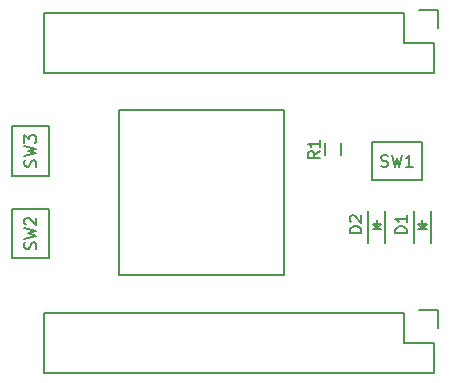
<source format=gto>
G04 #@! TF.FileFunction,Legend,Top*
%FSLAX46Y46*%
G04 Gerber Fmt 4.6, Leading zero omitted, Abs format (unit mm)*
G04 Created by KiCad (PCBNEW 4.0.2-stable) date 2016/05/22 12:46:19*
%MOMM*%
G01*
G04 APERTURE LIST*
%ADD10C,0.100000*%
%ADD11C,0.150000*%
%ADD12C,0.127000*%
G04 APERTURE END LIST*
D10*
D11*
X166370000Y-94996000D02*
X133350000Y-94996000D01*
X163830000Y-89916000D02*
X133350000Y-89916000D01*
X133350000Y-94996000D02*
X133350000Y-89916000D01*
X166370000Y-94996000D02*
X166370000Y-92456000D01*
X166650000Y-91186000D02*
X166650000Y-89636000D01*
X166370000Y-92456000D02*
X163830000Y-92456000D01*
X163830000Y-92456000D02*
X163830000Y-89916000D01*
X166650000Y-89636000D02*
X165100000Y-89636000D01*
X165302000Y-104055000D02*
X165302000Y-100855000D01*
X165302000Y-100855000D02*
X161102000Y-100855000D01*
X161102000Y-100855000D02*
X161102000Y-104055000D01*
X161102000Y-104055000D02*
X165302000Y-104055000D01*
X133773000Y-106478000D02*
X130573000Y-106478000D01*
X130573000Y-106478000D02*
X130573000Y-110678000D01*
X130573000Y-110678000D02*
X133773000Y-110678000D01*
X133773000Y-110678000D02*
X133773000Y-106478000D01*
X157123000Y-101910000D02*
X157123000Y-100910000D01*
X158473000Y-100910000D02*
X158473000Y-101910000D01*
X166370000Y-120396000D02*
X133350000Y-120396000D01*
X163830000Y-115316000D02*
X133350000Y-115316000D01*
X133350000Y-120396000D02*
X133350000Y-115316000D01*
X166370000Y-120396000D02*
X166370000Y-117856000D01*
X166650000Y-116586000D02*
X166650000Y-115036000D01*
X166370000Y-117856000D02*
X163830000Y-117856000D01*
X163830000Y-117856000D02*
X163830000Y-115316000D01*
X166650000Y-115036000D02*
X165100000Y-115036000D01*
D12*
X139700000Y-98171000D02*
X139700000Y-112141000D01*
X139700000Y-112141000D02*
X153670000Y-112141000D01*
X153670000Y-112141000D02*
X153670000Y-98171000D01*
X153670000Y-98171000D02*
X139700000Y-98171000D01*
D11*
X166104000Y-109423000D02*
X166104000Y-106723000D01*
X164604000Y-109423000D02*
X164604000Y-106723000D01*
X165504000Y-107923000D02*
X165254000Y-107923000D01*
X165254000Y-107923000D02*
X165404000Y-108073000D01*
X165004000Y-108173000D02*
X165704000Y-108173000D01*
X165354000Y-107823000D02*
X165354000Y-107473000D01*
X165354000Y-108173000D02*
X165004000Y-107823000D01*
X165004000Y-107823000D02*
X165704000Y-107823000D01*
X165704000Y-107823000D02*
X165354000Y-108173000D01*
X162230500Y-109423000D02*
X162230500Y-106723000D01*
X160730500Y-109423000D02*
X160730500Y-106723000D01*
X161630500Y-107923000D02*
X161380500Y-107923000D01*
X161380500Y-107923000D02*
X161530500Y-108073000D01*
X161130500Y-108173000D02*
X161830500Y-108173000D01*
X161480500Y-107823000D02*
X161480500Y-107473000D01*
X161480500Y-108173000D02*
X161130500Y-107823000D01*
X161130500Y-107823000D02*
X161830500Y-107823000D01*
X161830500Y-107823000D02*
X161480500Y-108173000D01*
X133773000Y-99493000D02*
X130573000Y-99493000D01*
X130573000Y-99493000D02*
X130573000Y-103693000D01*
X130573000Y-103693000D02*
X133773000Y-103693000D01*
X133773000Y-103693000D02*
X133773000Y-99493000D01*
X161861667Y-102893762D02*
X162004524Y-102941381D01*
X162242620Y-102941381D01*
X162337858Y-102893762D01*
X162385477Y-102846143D01*
X162433096Y-102750905D01*
X162433096Y-102655667D01*
X162385477Y-102560429D01*
X162337858Y-102512810D01*
X162242620Y-102465190D01*
X162052143Y-102417571D01*
X161956905Y-102369952D01*
X161909286Y-102322333D01*
X161861667Y-102227095D01*
X161861667Y-102131857D01*
X161909286Y-102036619D01*
X161956905Y-101989000D01*
X162052143Y-101941381D01*
X162290239Y-101941381D01*
X162433096Y-101989000D01*
X162766429Y-101941381D02*
X163004524Y-102941381D01*
X163195001Y-102227095D01*
X163385477Y-102941381D01*
X163623572Y-101941381D01*
X164528334Y-102941381D02*
X163956905Y-102941381D01*
X164242619Y-102941381D02*
X164242619Y-101941381D01*
X164147381Y-102084238D01*
X164052143Y-102179476D01*
X163956905Y-102227095D01*
X132611762Y-109918333D02*
X132659381Y-109775476D01*
X132659381Y-109537380D01*
X132611762Y-109442142D01*
X132564143Y-109394523D01*
X132468905Y-109346904D01*
X132373667Y-109346904D01*
X132278429Y-109394523D01*
X132230810Y-109442142D01*
X132183190Y-109537380D01*
X132135571Y-109727857D01*
X132087952Y-109823095D01*
X132040333Y-109870714D01*
X131945095Y-109918333D01*
X131849857Y-109918333D01*
X131754619Y-109870714D01*
X131707000Y-109823095D01*
X131659381Y-109727857D01*
X131659381Y-109489761D01*
X131707000Y-109346904D01*
X131659381Y-109013571D02*
X132659381Y-108775476D01*
X131945095Y-108584999D01*
X132659381Y-108394523D01*
X131659381Y-108156428D01*
X131754619Y-107823095D02*
X131707000Y-107775476D01*
X131659381Y-107680238D01*
X131659381Y-107442142D01*
X131707000Y-107346904D01*
X131754619Y-107299285D01*
X131849857Y-107251666D01*
X131945095Y-107251666D01*
X132087952Y-107299285D01*
X132659381Y-107870714D01*
X132659381Y-107251666D01*
X156662881Y-101640166D02*
X156186690Y-101973500D01*
X156662881Y-102211595D02*
X155662881Y-102211595D01*
X155662881Y-101830642D01*
X155710500Y-101735404D01*
X155758119Y-101687785D01*
X155853357Y-101640166D01*
X155996214Y-101640166D01*
X156091452Y-101687785D01*
X156139071Y-101735404D01*
X156186690Y-101830642D01*
X156186690Y-102211595D01*
X156662881Y-100687785D02*
X156662881Y-101259214D01*
X156662881Y-100973500D02*
X155662881Y-100973500D01*
X155805738Y-101068738D01*
X155900976Y-101163976D01*
X155948595Y-101259214D01*
X164056381Y-108561095D02*
X163056381Y-108561095D01*
X163056381Y-108323000D01*
X163104000Y-108180142D01*
X163199238Y-108084904D01*
X163294476Y-108037285D01*
X163484952Y-107989666D01*
X163627810Y-107989666D01*
X163818286Y-108037285D01*
X163913524Y-108084904D01*
X164008762Y-108180142D01*
X164056381Y-108323000D01*
X164056381Y-108561095D01*
X164056381Y-107037285D02*
X164056381Y-107608714D01*
X164056381Y-107323000D02*
X163056381Y-107323000D01*
X163199238Y-107418238D01*
X163294476Y-107513476D01*
X163342095Y-107608714D01*
X160182881Y-108561095D02*
X159182881Y-108561095D01*
X159182881Y-108323000D01*
X159230500Y-108180142D01*
X159325738Y-108084904D01*
X159420976Y-108037285D01*
X159611452Y-107989666D01*
X159754310Y-107989666D01*
X159944786Y-108037285D01*
X160040024Y-108084904D01*
X160135262Y-108180142D01*
X160182881Y-108323000D01*
X160182881Y-108561095D01*
X159278119Y-107608714D02*
X159230500Y-107561095D01*
X159182881Y-107465857D01*
X159182881Y-107227761D01*
X159230500Y-107132523D01*
X159278119Y-107084904D01*
X159373357Y-107037285D01*
X159468595Y-107037285D01*
X159611452Y-107084904D01*
X160182881Y-107656333D01*
X160182881Y-107037285D01*
X132611762Y-102933333D02*
X132659381Y-102790476D01*
X132659381Y-102552380D01*
X132611762Y-102457142D01*
X132564143Y-102409523D01*
X132468905Y-102361904D01*
X132373667Y-102361904D01*
X132278429Y-102409523D01*
X132230810Y-102457142D01*
X132183190Y-102552380D01*
X132135571Y-102742857D01*
X132087952Y-102838095D01*
X132040333Y-102885714D01*
X131945095Y-102933333D01*
X131849857Y-102933333D01*
X131754619Y-102885714D01*
X131707000Y-102838095D01*
X131659381Y-102742857D01*
X131659381Y-102504761D01*
X131707000Y-102361904D01*
X131659381Y-102028571D02*
X132659381Y-101790476D01*
X131945095Y-101599999D01*
X132659381Y-101409523D01*
X131659381Y-101171428D01*
X131659381Y-100885714D02*
X131659381Y-100266666D01*
X132040333Y-100600000D01*
X132040333Y-100457142D01*
X132087952Y-100361904D01*
X132135571Y-100314285D01*
X132230810Y-100266666D01*
X132468905Y-100266666D01*
X132564143Y-100314285D01*
X132611762Y-100361904D01*
X132659381Y-100457142D01*
X132659381Y-100742857D01*
X132611762Y-100838095D01*
X132564143Y-100885714D01*
M02*

</source>
